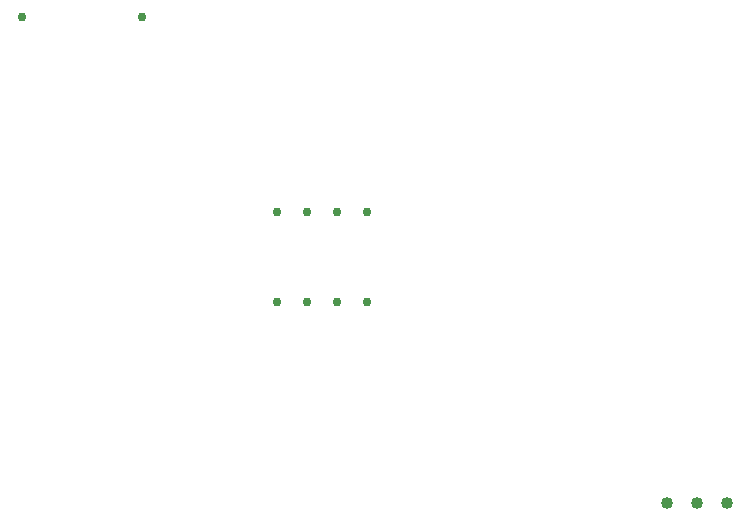
<source format=gbr>
G04 PROTEUS GERBER X2 FILE*
%TF.GenerationSoftware,Labcenter,Proteus,8.8-SP1-Build27031*%
%TF.CreationDate,2025-10-10T10:26:23+00:00*%
%TF.FileFunction,Plated,1,2,PTH*%
%TF.FilePolarity,Positive*%
%TF.Part,Single*%
%TF.SameCoordinates,{8094492f-3ff1-471c-8339-2af907f7cf70}*%
%FSLAX45Y45*%
%MOMM*%
G01*
%TA.AperFunction,ComponentDrill*%
%ADD21C,0.762000*%
%TA.AperFunction,ComponentDrill*%
%ADD22C,1.016000*%
%TD.AperFunction*%
D21*
X-2413000Y+4622666D03*
X-1397000Y+4622666D03*
D22*
X+3048000Y+508000D03*
X+3302000Y+508000D03*
X+3556000Y+508000D03*
D21*
X-254000Y+2209666D03*
X+0Y+2209666D03*
X+254000Y+2209666D03*
X+508000Y+2209666D03*
X+508000Y+2971666D03*
X+254000Y+2971666D03*
X+0Y+2971666D03*
X-254000Y+2971666D03*
M02*

</source>
